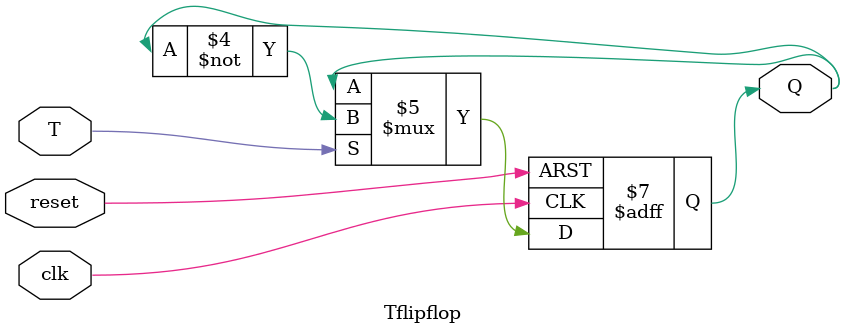
<source format=v>
module top_module(input clk, input reset, input enable, output [3:0] count);

    wire t0, t1, t2, t3;

    assign t0 = enable;
    assign t1 = enable & count[0];
    assign t2 = enable & count[0] & count[1];
    assign t3 = enable & count[0] & count[1] & count[2];   
    
    Tflipflop ff0(clk, t0, reset, count[0]);
    Tflipflop ff1(clk, t1, reset, count[1]);
    Tflipflop ff2(clk, t2, reset, count[2]);
    Tflipflop ff3(clk, t3, reset, count[3]);

endmodule

module Tflipflop(input clk, input T, input reset, output reg Q);

    always @(posedge clk, posedge reset) begin
        if (reset == 1) begin
            Q <= 1'b0;
        end
        else begin
            if (T == 1) begin
                Q <= ~Q;
            end
        end
    end

endmodule

</source>
